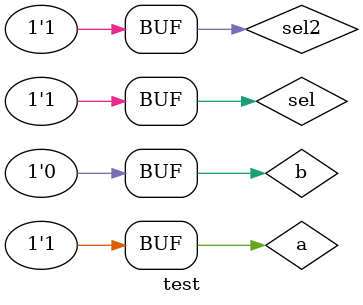
<source format=v>
/**
    【例 5.8】阻塞赋值方式定义的 2 选 1 多路选择器
    12,13,17
*/

module MUX21_2(out,a,b,sel,sel2);
input a,b,sel,sel2;
output out;
reg tmp;
always@(a or b or sel)
    begin
    if(sel==0) tmp=a; //阻塞赋值
    else tmp=b;
    end
always@(sel2)
    begin
        tmp=a;
    end
assign out = tmp;
endmodule

module test();
reg a,b,sel,sel2;
wire out;
initial begin
    a = 1;
    b = 0;
    sel2 = 1;
    sel = 1;
end
MUX21_2 m1(out,a,b,sel,sel2);
endmodule

</source>
